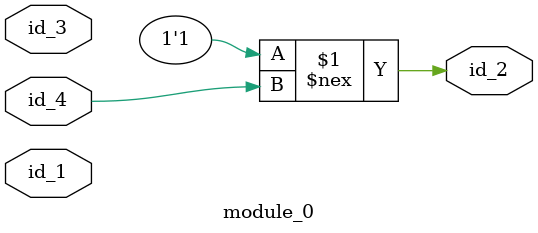
<source format=v>
`timescale 1ps / 1ps
module module_0 (
    id_1,
    id_2,
    id_3,
    id_4
);
  inout id_4;
  inout id_3;
  output id_2;
  inout id_1;
  assign id_2 = 1 !== id_4;
endmodule

</source>
